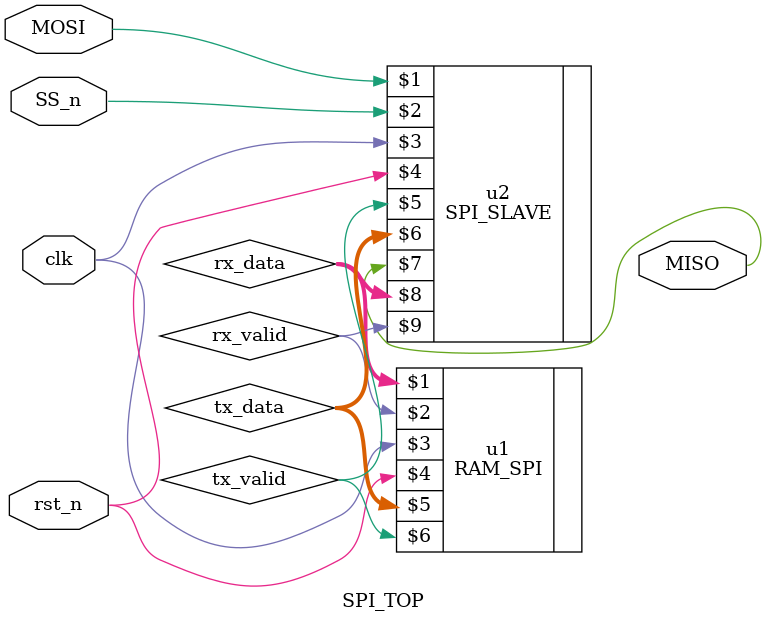
<source format=v>
module SPI_TOP(
    MOSI,MISO,SS_n,clk,rst_n
);
    input MOSI,SS_n,clk,rst_n;
    output MISO;

    wire [9:0] rx_data;
    wire rx_valid,tx_valid;
    wire [7:0] tx_data;

    SPI_SLAVE u2 (MOSI,SS_n,clk,rst_n,tx_valid,tx_data,MISO,rx_data,rx_valid);
    RAM_SPI u1 (rx_data, rx_valid, clk, rst_n, tx_data, tx_valid);

endmodule
</source>
